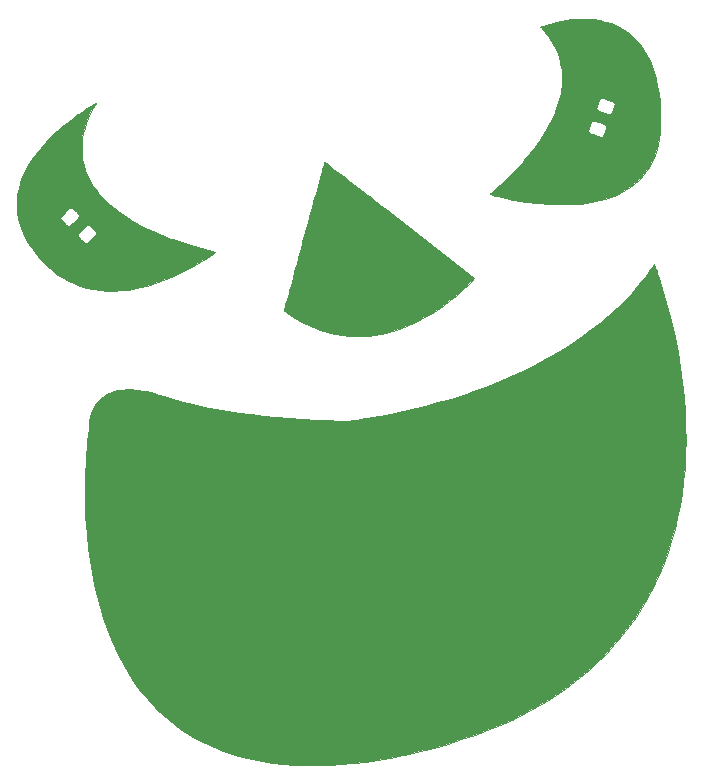
<source format=gbr>
%TF.GenerationSoftware,KiCad,Pcbnew,(5.1.7-0-10_14)*%
%TF.CreationDate,2020-10-21T09:08:44+08:00*%
%TF.ProjectId,HallowBadges,48616c6c-6f77-4426-9164-6765732e6b69,rev?*%
%TF.SameCoordinates,Original*%
%TF.FileFunction,Legend,Top*%
%TF.FilePolarity,Positive*%
%FSLAX46Y46*%
G04 Gerber Fmt 4.6, Leading zero omitted, Abs format (unit mm)*
G04 Created by KiCad (PCBNEW (5.1.7-0-10_14)) date 2020-10-21 09:08:44*
%MOMM*%
%LPD*%
G01*
G04 APERTURE LIST*
%ADD10C,0.010000*%
G04 APERTURE END LIST*
D10*
%TO.C,Ref\u002A\u002A*%
G36*
X165370542Y-99888399D02*
G01*
X165395572Y-99944470D01*
X165431261Y-100033512D01*
X165476282Y-100151920D01*
X165529309Y-100296085D01*
X165589016Y-100462400D01*
X165654078Y-100647259D01*
X165723166Y-100847054D01*
X165794957Y-101058178D01*
X165797197Y-101064824D01*
X165974840Y-101607963D01*
X166152647Y-102182624D01*
X166327573Y-102778117D01*
X166496570Y-103383753D01*
X166656595Y-103988842D01*
X166804601Y-104582694D01*
X166831477Y-104694907D01*
X167122111Y-105994627D01*
X167373073Y-107283214D01*
X167584334Y-108560343D01*
X167755865Y-109825688D01*
X167887635Y-111078926D01*
X167979616Y-112319730D01*
X168031779Y-113547775D01*
X168044093Y-114762738D01*
X168016530Y-115964292D01*
X167952214Y-117109157D01*
X167855811Y-118176101D01*
X167723033Y-119230046D01*
X167554280Y-120269161D01*
X167349952Y-121291618D01*
X167110449Y-122295587D01*
X166836172Y-123279238D01*
X166527520Y-124240741D01*
X166190685Y-125163351D01*
X165970370Y-125706807D01*
X165725462Y-126266459D01*
X165460890Y-126832340D01*
X165181585Y-127394486D01*
X164892476Y-127942930D01*
X164598492Y-128467707D01*
X164348032Y-128888407D01*
X163817094Y-129713214D01*
X163251488Y-130513814D01*
X162651446Y-131289961D01*
X162017201Y-132041408D01*
X161348985Y-132767907D01*
X160647029Y-133469213D01*
X159911568Y-134145079D01*
X159142832Y-134795257D01*
X158341054Y-135419501D01*
X157888334Y-135750081D01*
X157036178Y-136334299D01*
X156152475Y-136892900D01*
X155236972Y-137425990D01*
X154289415Y-137933672D01*
X153309551Y-138416051D01*
X152297125Y-138873230D01*
X151251886Y-139305313D01*
X150173578Y-139712404D01*
X149061949Y-140094608D01*
X147916745Y-140452029D01*
X146737714Y-140784770D01*
X145524600Y-141092936D01*
X144277151Y-141376630D01*
X144077084Y-141419183D01*
X143001299Y-141632790D01*
X141944851Y-141815741D01*
X140899165Y-141969213D01*
X139855673Y-142094383D01*
X138805801Y-142192428D01*
X138055167Y-142246009D01*
X137970596Y-142250075D01*
X137850595Y-142254094D01*
X137700460Y-142258009D01*
X137525487Y-142261763D01*
X137330970Y-142265299D01*
X137122207Y-142268559D01*
X136904491Y-142271486D01*
X136683120Y-142274024D01*
X136463387Y-142276114D01*
X136250590Y-142277700D01*
X136050023Y-142278724D01*
X135866982Y-142279130D01*
X135706762Y-142278859D01*
X135574659Y-142277856D01*
X135475970Y-142276062D01*
X135430500Y-142274354D01*
X135366166Y-142270932D01*
X135268737Y-142265758D01*
X135147392Y-142259317D01*
X135011309Y-142252098D01*
X134869667Y-142244588D01*
X134859000Y-142244022D01*
X133938397Y-142177235D01*
X133037975Y-142075660D01*
X132158322Y-141939509D01*
X131300030Y-141768990D01*
X130463687Y-141564314D01*
X129649884Y-141325689D01*
X128859210Y-141053325D01*
X128092255Y-140747432D01*
X127349608Y-140408218D01*
X126631860Y-140035895D01*
X125939601Y-139630671D01*
X125273419Y-139192756D01*
X124633905Y-138722358D01*
X124381500Y-138521741D01*
X124129506Y-138310515D01*
X123862531Y-138075030D01*
X123588405Y-137822825D01*
X123314953Y-137561436D01*
X123050006Y-137298399D01*
X122801390Y-137041251D01*
X122576934Y-136797528D01*
X122499159Y-136709490D01*
X121968531Y-136069068D01*
X121465036Y-135396395D01*
X120988795Y-134691813D01*
X120539929Y-133955666D01*
X120118558Y-133188299D01*
X119724804Y-132390053D01*
X119358786Y-131561274D01*
X119020627Y-130702304D01*
X118710446Y-129813487D01*
X118428364Y-128895167D01*
X118174503Y-127947687D01*
X117948983Y-126971390D01*
X117751924Y-125966620D01*
X117583449Y-124933721D01*
X117443676Y-123873036D01*
X117332728Y-122784908D01*
X117259237Y-121808157D01*
X117227799Y-121226701D01*
X117204514Y-120613638D01*
X117189403Y-119978882D01*
X117182484Y-119332343D01*
X117183777Y-118683933D01*
X117193302Y-118043564D01*
X117211077Y-117421148D01*
X117237122Y-116826596D01*
X117249091Y-116611740D01*
X117272593Y-116246241D01*
X117300202Y-115870887D01*
X117331148Y-115494080D01*
X117364663Y-115124222D01*
X117399976Y-114769715D01*
X117436320Y-114438962D01*
X117472925Y-114140363D01*
X117480601Y-114082324D01*
X117496399Y-113951263D01*
X117509629Y-113816222D01*
X117519082Y-113691456D01*
X117523545Y-113591221D01*
X117523736Y-113574324D01*
X117527369Y-113464432D01*
X117536602Y-113334965D01*
X117549719Y-113208045D01*
X117555513Y-113164049D01*
X117627638Y-112781827D01*
X117731335Y-112425231D01*
X117865895Y-112095232D01*
X118030609Y-111792798D01*
X118224769Y-111518900D01*
X118447664Y-111274505D01*
X118698585Y-111060585D01*
X118976824Y-110878107D01*
X119281671Y-110728042D01*
X119361133Y-110696022D01*
X119668697Y-110594519D01*
X119995674Y-110520727D01*
X120346460Y-110473924D01*
X120725449Y-110453387D01*
X120845508Y-110452240D01*
X121137788Y-110458039D01*
X121428797Y-110476050D01*
X121723324Y-110507193D01*
X122026158Y-110552390D01*
X122342087Y-110612562D01*
X122675899Y-110688629D01*
X123032384Y-110781512D01*
X123416329Y-110892132D01*
X123832524Y-111021411D01*
X123873500Y-111034563D01*
X124668195Y-111277046D01*
X125501409Y-111505617D01*
X126371605Y-111720059D01*
X127277244Y-111920154D01*
X128216790Y-112105685D01*
X129188704Y-112276435D01*
X130191449Y-112432186D01*
X131223487Y-112572721D01*
X132283280Y-112697822D01*
X133369291Y-112807273D01*
X134479981Y-112900856D01*
X135613814Y-112978353D01*
X136769251Y-113039547D01*
X137944755Y-113084221D01*
X138478500Y-113098844D01*
X138711019Y-113104394D01*
X138908126Y-113108578D01*
X139076734Y-113110990D01*
X139223753Y-113111223D01*
X139356095Y-113108871D01*
X139480672Y-113103526D01*
X139604394Y-113094782D01*
X139734173Y-113082232D01*
X139876920Y-113065470D01*
X140039547Y-113044088D01*
X140228965Y-113017680D01*
X140452085Y-112985840D01*
X140489334Y-112980506D01*
X141584423Y-112810076D01*
X142686148Y-112611826D01*
X143791019Y-112386851D01*
X144895545Y-112136244D01*
X145996238Y-111861100D01*
X147089609Y-111562512D01*
X148172167Y-111241575D01*
X149240424Y-110899382D01*
X150290890Y-110537028D01*
X151320076Y-110155607D01*
X152324493Y-109756213D01*
X153300650Y-109339939D01*
X154245059Y-108907881D01*
X155154231Y-108461131D01*
X155538834Y-108261963D01*
X156506303Y-107734786D01*
X157434639Y-107192144D01*
X158324248Y-106633697D01*
X159175535Y-106059101D01*
X159988907Y-105468015D01*
X160764770Y-104860097D01*
X161503531Y-104235004D01*
X162205596Y-103592394D01*
X162871371Y-102931926D01*
X163501263Y-102253258D01*
X164095678Y-101556046D01*
X164655021Y-100839950D01*
X165113275Y-100201555D01*
X165185438Y-100097970D01*
X165249853Y-100007544D01*
X165302573Y-99935652D01*
X165339649Y-99887671D01*
X165357134Y-99868980D01*
X165357497Y-99868907D01*
X165370542Y-99888399D01*
G37*
X165370542Y-99888399D02*
X165395572Y-99944470D01*
X165431261Y-100033512D01*
X165476282Y-100151920D01*
X165529309Y-100296085D01*
X165589016Y-100462400D01*
X165654078Y-100647259D01*
X165723166Y-100847054D01*
X165794957Y-101058178D01*
X165797197Y-101064824D01*
X165974840Y-101607963D01*
X166152647Y-102182624D01*
X166327573Y-102778117D01*
X166496570Y-103383753D01*
X166656595Y-103988842D01*
X166804601Y-104582694D01*
X166831477Y-104694907D01*
X167122111Y-105994627D01*
X167373073Y-107283214D01*
X167584334Y-108560343D01*
X167755865Y-109825688D01*
X167887635Y-111078926D01*
X167979616Y-112319730D01*
X168031779Y-113547775D01*
X168044093Y-114762738D01*
X168016530Y-115964292D01*
X167952214Y-117109157D01*
X167855811Y-118176101D01*
X167723033Y-119230046D01*
X167554280Y-120269161D01*
X167349952Y-121291618D01*
X167110449Y-122295587D01*
X166836172Y-123279238D01*
X166527520Y-124240741D01*
X166190685Y-125163351D01*
X165970370Y-125706807D01*
X165725462Y-126266459D01*
X165460890Y-126832340D01*
X165181585Y-127394486D01*
X164892476Y-127942930D01*
X164598492Y-128467707D01*
X164348032Y-128888407D01*
X163817094Y-129713214D01*
X163251488Y-130513814D01*
X162651446Y-131289961D01*
X162017201Y-132041408D01*
X161348985Y-132767907D01*
X160647029Y-133469213D01*
X159911568Y-134145079D01*
X159142832Y-134795257D01*
X158341054Y-135419501D01*
X157888334Y-135750081D01*
X157036178Y-136334299D01*
X156152475Y-136892900D01*
X155236972Y-137425990D01*
X154289415Y-137933672D01*
X153309551Y-138416051D01*
X152297125Y-138873230D01*
X151251886Y-139305313D01*
X150173578Y-139712404D01*
X149061949Y-140094608D01*
X147916745Y-140452029D01*
X146737714Y-140784770D01*
X145524600Y-141092936D01*
X144277151Y-141376630D01*
X144077084Y-141419183D01*
X143001299Y-141632790D01*
X141944851Y-141815741D01*
X140899165Y-141969213D01*
X139855673Y-142094383D01*
X138805801Y-142192428D01*
X138055167Y-142246009D01*
X137970596Y-142250075D01*
X137850595Y-142254094D01*
X137700460Y-142258009D01*
X137525487Y-142261763D01*
X137330970Y-142265299D01*
X137122207Y-142268559D01*
X136904491Y-142271486D01*
X136683120Y-142274024D01*
X136463387Y-142276114D01*
X136250590Y-142277700D01*
X136050023Y-142278724D01*
X135866982Y-142279130D01*
X135706762Y-142278859D01*
X135574659Y-142277856D01*
X135475970Y-142276062D01*
X135430500Y-142274354D01*
X135366166Y-142270932D01*
X135268737Y-142265758D01*
X135147392Y-142259317D01*
X135011309Y-142252098D01*
X134869667Y-142244588D01*
X134859000Y-142244022D01*
X133938397Y-142177235D01*
X133037975Y-142075660D01*
X132158322Y-141939509D01*
X131300030Y-141768990D01*
X130463687Y-141564314D01*
X129649884Y-141325689D01*
X128859210Y-141053325D01*
X128092255Y-140747432D01*
X127349608Y-140408218D01*
X126631860Y-140035895D01*
X125939601Y-139630671D01*
X125273419Y-139192756D01*
X124633905Y-138722358D01*
X124381500Y-138521741D01*
X124129506Y-138310515D01*
X123862531Y-138075030D01*
X123588405Y-137822825D01*
X123314953Y-137561436D01*
X123050006Y-137298399D01*
X122801390Y-137041251D01*
X122576934Y-136797528D01*
X122499159Y-136709490D01*
X121968531Y-136069068D01*
X121465036Y-135396395D01*
X120988795Y-134691813D01*
X120539929Y-133955666D01*
X120118558Y-133188299D01*
X119724804Y-132390053D01*
X119358786Y-131561274D01*
X119020627Y-130702304D01*
X118710446Y-129813487D01*
X118428364Y-128895167D01*
X118174503Y-127947687D01*
X117948983Y-126971390D01*
X117751924Y-125966620D01*
X117583449Y-124933721D01*
X117443676Y-123873036D01*
X117332728Y-122784908D01*
X117259237Y-121808157D01*
X117227799Y-121226701D01*
X117204514Y-120613638D01*
X117189403Y-119978882D01*
X117182484Y-119332343D01*
X117183777Y-118683933D01*
X117193302Y-118043564D01*
X117211077Y-117421148D01*
X117237122Y-116826596D01*
X117249091Y-116611740D01*
X117272593Y-116246241D01*
X117300202Y-115870887D01*
X117331148Y-115494080D01*
X117364663Y-115124222D01*
X117399976Y-114769715D01*
X117436320Y-114438962D01*
X117472925Y-114140363D01*
X117480601Y-114082324D01*
X117496399Y-113951263D01*
X117509629Y-113816222D01*
X117519082Y-113691456D01*
X117523545Y-113591221D01*
X117523736Y-113574324D01*
X117527369Y-113464432D01*
X117536602Y-113334965D01*
X117549719Y-113208045D01*
X117555513Y-113164049D01*
X117627638Y-112781827D01*
X117731335Y-112425231D01*
X117865895Y-112095232D01*
X118030609Y-111792798D01*
X118224769Y-111518900D01*
X118447664Y-111274505D01*
X118698585Y-111060585D01*
X118976824Y-110878107D01*
X119281671Y-110728042D01*
X119361133Y-110696022D01*
X119668697Y-110594519D01*
X119995674Y-110520727D01*
X120346460Y-110473924D01*
X120725449Y-110453387D01*
X120845508Y-110452240D01*
X121137788Y-110458039D01*
X121428797Y-110476050D01*
X121723324Y-110507193D01*
X122026158Y-110552390D01*
X122342087Y-110612562D01*
X122675899Y-110688629D01*
X123032384Y-110781512D01*
X123416329Y-110892132D01*
X123832524Y-111021411D01*
X123873500Y-111034563D01*
X124668195Y-111277046D01*
X125501409Y-111505617D01*
X126371605Y-111720059D01*
X127277244Y-111920154D01*
X128216790Y-112105685D01*
X129188704Y-112276435D01*
X130191449Y-112432186D01*
X131223487Y-112572721D01*
X132283280Y-112697822D01*
X133369291Y-112807273D01*
X134479981Y-112900856D01*
X135613814Y-112978353D01*
X136769251Y-113039547D01*
X137944755Y-113084221D01*
X138478500Y-113098844D01*
X138711019Y-113104394D01*
X138908126Y-113108578D01*
X139076734Y-113110990D01*
X139223753Y-113111223D01*
X139356095Y-113108871D01*
X139480672Y-113103526D01*
X139604394Y-113094782D01*
X139734173Y-113082232D01*
X139876920Y-113065470D01*
X140039547Y-113044088D01*
X140228965Y-113017680D01*
X140452085Y-112985840D01*
X140489334Y-112980506D01*
X141584423Y-112810076D01*
X142686148Y-112611826D01*
X143791019Y-112386851D01*
X144895545Y-112136244D01*
X145996238Y-111861100D01*
X147089609Y-111562512D01*
X148172167Y-111241575D01*
X149240424Y-110899382D01*
X150290890Y-110537028D01*
X151320076Y-110155607D01*
X152324493Y-109756213D01*
X153300650Y-109339939D01*
X154245059Y-108907881D01*
X155154231Y-108461131D01*
X155538834Y-108261963D01*
X156506303Y-107734786D01*
X157434639Y-107192144D01*
X158324248Y-106633697D01*
X159175535Y-106059101D01*
X159988907Y-105468015D01*
X160764770Y-104860097D01*
X161503531Y-104235004D01*
X162205596Y-103592394D01*
X162871371Y-102931926D01*
X163501263Y-102253258D01*
X164095678Y-101556046D01*
X164655021Y-100839950D01*
X165113275Y-100201555D01*
X165185438Y-100097970D01*
X165249853Y-100007544D01*
X165302573Y-99935652D01*
X165339649Y-99887671D01*
X165357134Y-99868980D01*
X165357497Y-99868907D01*
X165370542Y-99888399D01*
G36*
X137488209Y-91179451D02*
G01*
X137538092Y-91217408D01*
X137619058Y-91279607D01*
X137729954Y-91365156D01*
X137869630Y-91473160D01*
X138036936Y-91602723D01*
X138230720Y-91752953D01*
X138449833Y-91922953D01*
X138693123Y-92111831D01*
X138959441Y-92318691D01*
X139247634Y-92542639D01*
X139556552Y-92782780D01*
X139885045Y-93038221D01*
X140231963Y-93308066D01*
X140596153Y-93591421D01*
X140976467Y-93887392D01*
X141371752Y-94195084D01*
X141780858Y-94513603D01*
X142202635Y-94842055D01*
X142635932Y-95179544D01*
X143079598Y-95525177D01*
X143532483Y-95878059D01*
X143823446Y-96104810D01*
X150160539Y-101043657D01*
X149764645Y-101436143D01*
X149236641Y-101939936D01*
X148688174Y-102425477D01*
X148125723Y-102887532D01*
X147555769Y-103320865D01*
X146984792Y-103720243D01*
X146733500Y-103884766D01*
X146095451Y-104273402D01*
X145459224Y-104620330D01*
X144823450Y-104926053D01*
X144186761Y-105191077D01*
X143547786Y-105415905D01*
X142905157Y-105601041D01*
X142257505Y-105746991D01*
X141603461Y-105854259D01*
X141283084Y-105892552D01*
X141149436Y-105903882D01*
X140983681Y-105913639D01*
X140794516Y-105921675D01*
X140590638Y-105927842D01*
X140380745Y-105931992D01*
X140173534Y-105933978D01*
X139977703Y-105933651D01*
X139801948Y-105930863D01*
X139654967Y-105925467D01*
X139589750Y-105921350D01*
X138951072Y-105852660D01*
X138319064Y-105745756D01*
X137696634Y-105601704D01*
X137086690Y-105421570D01*
X136492137Y-105206418D01*
X135915882Y-104957314D01*
X135360834Y-104675323D01*
X134829898Y-104361509D01*
X134325981Y-104016939D01*
X134261042Y-103968768D01*
X134177275Y-103904421D01*
X134107430Y-103847694D01*
X134057789Y-103803921D01*
X134034632Y-103778440D01*
X134033713Y-103775675D01*
X134039229Y-103751904D01*
X134055362Y-103689349D01*
X134081595Y-103589910D01*
X134117410Y-103455485D01*
X134162289Y-103287974D01*
X134215715Y-103089275D01*
X134277170Y-102861287D01*
X134346137Y-102605909D01*
X134422097Y-102325040D01*
X134504535Y-102020579D01*
X134592931Y-101694425D01*
X134686768Y-101348476D01*
X134785529Y-100984633D01*
X134888695Y-100604793D01*
X134995751Y-100210856D01*
X135106177Y-99804720D01*
X135219457Y-99388284D01*
X135335072Y-98963448D01*
X135452505Y-98532111D01*
X135571239Y-98096170D01*
X135690756Y-97657526D01*
X135810538Y-97218077D01*
X135930067Y-96779721D01*
X136048827Y-96344359D01*
X136166300Y-95913889D01*
X136281967Y-95490209D01*
X136395312Y-95075219D01*
X136505817Y-94670818D01*
X136612964Y-94278904D01*
X136716235Y-93901377D01*
X136815113Y-93540135D01*
X136909081Y-93197078D01*
X136997621Y-92874104D01*
X137080215Y-92573112D01*
X137156345Y-92296001D01*
X137225495Y-92044670D01*
X137287146Y-91821019D01*
X137340781Y-91626945D01*
X137385882Y-91464348D01*
X137421932Y-91335127D01*
X137448413Y-91241181D01*
X137464808Y-91184408D01*
X137470558Y-91166633D01*
X137488209Y-91179451D01*
G37*
X137488209Y-91179451D02*
X137538092Y-91217408D01*
X137619058Y-91279607D01*
X137729954Y-91365156D01*
X137869630Y-91473160D01*
X138036936Y-91602723D01*
X138230720Y-91752953D01*
X138449833Y-91922953D01*
X138693123Y-92111831D01*
X138959441Y-92318691D01*
X139247634Y-92542639D01*
X139556552Y-92782780D01*
X139885045Y-93038221D01*
X140231963Y-93308066D01*
X140596153Y-93591421D01*
X140976467Y-93887392D01*
X141371752Y-94195084D01*
X141780858Y-94513603D01*
X142202635Y-94842055D01*
X142635932Y-95179544D01*
X143079598Y-95525177D01*
X143532483Y-95878059D01*
X143823446Y-96104810D01*
X150160539Y-101043657D01*
X149764645Y-101436143D01*
X149236641Y-101939936D01*
X148688174Y-102425477D01*
X148125723Y-102887532D01*
X147555769Y-103320865D01*
X146984792Y-103720243D01*
X146733500Y-103884766D01*
X146095451Y-104273402D01*
X145459224Y-104620330D01*
X144823450Y-104926053D01*
X144186761Y-105191077D01*
X143547786Y-105415905D01*
X142905157Y-105601041D01*
X142257505Y-105746991D01*
X141603461Y-105854259D01*
X141283084Y-105892552D01*
X141149436Y-105903882D01*
X140983681Y-105913639D01*
X140794516Y-105921675D01*
X140590638Y-105927842D01*
X140380745Y-105931992D01*
X140173534Y-105933978D01*
X139977703Y-105933651D01*
X139801948Y-105930863D01*
X139654967Y-105925467D01*
X139589750Y-105921350D01*
X138951072Y-105852660D01*
X138319064Y-105745756D01*
X137696634Y-105601704D01*
X137086690Y-105421570D01*
X136492137Y-105206418D01*
X135915882Y-104957314D01*
X135360834Y-104675323D01*
X134829898Y-104361509D01*
X134325981Y-104016939D01*
X134261042Y-103968768D01*
X134177275Y-103904421D01*
X134107430Y-103847694D01*
X134057789Y-103803921D01*
X134034632Y-103778440D01*
X134033713Y-103775675D01*
X134039229Y-103751904D01*
X134055362Y-103689349D01*
X134081595Y-103589910D01*
X134117410Y-103455485D01*
X134162289Y-103287974D01*
X134215715Y-103089275D01*
X134277170Y-102861287D01*
X134346137Y-102605909D01*
X134422097Y-102325040D01*
X134504535Y-102020579D01*
X134592931Y-101694425D01*
X134686768Y-101348476D01*
X134785529Y-100984633D01*
X134888695Y-100604793D01*
X134995751Y-100210856D01*
X135106177Y-99804720D01*
X135219457Y-99388284D01*
X135335072Y-98963448D01*
X135452505Y-98532111D01*
X135571239Y-98096170D01*
X135690756Y-97657526D01*
X135810538Y-97218077D01*
X135930067Y-96779721D01*
X136048827Y-96344359D01*
X136166300Y-95913889D01*
X136281967Y-95490209D01*
X136395312Y-95075219D01*
X136505817Y-94670818D01*
X136612964Y-94278904D01*
X136716235Y-93901377D01*
X136815113Y-93540135D01*
X136909081Y-93197078D01*
X136997621Y-92874104D01*
X137080215Y-92573112D01*
X137156345Y-92296001D01*
X137225495Y-92044670D01*
X137287146Y-91821019D01*
X137340781Y-91626945D01*
X137385882Y-91464348D01*
X137421932Y-91335127D01*
X137448413Y-91241181D01*
X137464808Y-91184408D01*
X137470558Y-91166633D01*
X137488209Y-91179451D01*
G36*
X118134054Y-86210963D02*
G01*
X118113314Y-86252648D01*
X118076128Y-86312068D01*
X118065591Y-86327532D01*
X117848221Y-86670484D01*
X117646105Y-87046514D01*
X117462132Y-87448215D01*
X117299191Y-87868177D01*
X117160170Y-88298993D01*
X117047958Y-88733255D01*
X116969334Y-89139041D01*
X116954571Y-89235089D01*
X116943090Y-89322517D01*
X116934508Y-89408712D01*
X116928440Y-89501061D01*
X116924502Y-89606953D01*
X116922311Y-89733774D01*
X116921483Y-89888912D01*
X116921585Y-90058157D01*
X116922219Y-90240431D01*
X116923543Y-90387574D01*
X116926008Y-90506787D01*
X116930064Y-90605272D01*
X116936163Y-90690231D01*
X116944757Y-90768864D01*
X116956295Y-90848374D01*
X116971229Y-90935962D01*
X116979395Y-90981121D01*
X117079685Y-91435731D01*
X117212003Y-91872958D01*
X117378128Y-92296570D01*
X117579838Y-92710335D01*
X117818912Y-93118020D01*
X118097129Y-93523393D01*
X118311170Y-93801627D01*
X118394924Y-93900632D01*
X118503998Y-94021445D01*
X118632091Y-94157729D01*
X118772898Y-94303148D01*
X118920117Y-94451368D01*
X119067443Y-94596052D01*
X119208575Y-94730865D01*
X119337207Y-94849473D01*
X119447038Y-94945538D01*
X119460250Y-94956575D01*
X119953877Y-95343807D01*
X120484761Y-95717319D01*
X121053369Y-96077364D01*
X121660170Y-96424193D01*
X122305632Y-96758058D01*
X122990222Y-97079210D01*
X123714407Y-97387901D01*
X124478656Y-97684384D01*
X124635500Y-97741927D01*
X125133146Y-97917333D01*
X125651223Y-98088999D01*
X126194177Y-98258274D01*
X126766450Y-98426505D01*
X127372487Y-98595042D01*
X127954813Y-98749228D01*
X128062475Y-98777842D01*
X128134320Y-98799212D01*
X128175779Y-98815620D01*
X128192283Y-98829349D01*
X128189261Y-98842681D01*
X128185936Y-98846376D01*
X128148287Y-98877883D01*
X128080425Y-98928481D01*
X127987804Y-98994460D01*
X127875880Y-99072111D01*
X127750106Y-99157721D01*
X127615937Y-99247581D01*
X127478828Y-99337980D01*
X127344233Y-99425209D01*
X127217606Y-99505555D01*
X127208919Y-99510990D01*
X126526015Y-99920619D01*
X125840991Y-100297579D01*
X125155998Y-100641000D01*
X124473190Y-100950009D01*
X123794721Y-101223735D01*
X123122743Y-101461307D01*
X122459410Y-101661853D01*
X121806874Y-101824501D01*
X121202310Y-101942552D01*
X120837123Y-101999402D01*
X120505461Y-102041387D01*
X120201464Y-102069173D01*
X119978834Y-102081452D01*
X119856720Y-102086146D01*
X119734497Y-102090945D01*
X119626223Y-102095291D01*
X119545957Y-102098627D01*
X119544917Y-102098671D01*
X119472925Y-102099949D01*
X119369535Y-102099369D01*
X119245633Y-102097109D01*
X119112104Y-102093347D01*
X119026334Y-102090221D01*
X118439705Y-102046654D01*
X117868255Y-101963613D01*
X117312301Y-101841264D01*
X116772162Y-101679774D01*
X116248157Y-101479309D01*
X115740604Y-101240036D01*
X115249823Y-100962119D01*
X114776131Y-100645725D01*
X114319848Y-100291022D01*
X113881293Y-99898173D01*
X113460783Y-99467347D01*
X113058637Y-98998709D01*
X113030599Y-98963761D01*
X112696759Y-98521895D01*
X112403621Y-98082385D01*
X112149876Y-97642392D01*
X112023752Y-97383132D01*
X116570509Y-97383132D01*
X116583618Y-97441979D01*
X116619139Y-97508540D01*
X116679625Y-97587546D01*
X116767629Y-97683728D01*
X116885703Y-97801818D01*
X116891507Y-97807473D01*
X116990610Y-97902852D01*
X117066276Y-97972029D01*
X117124601Y-98019131D01*
X117171681Y-98048286D01*
X117213613Y-98063621D01*
X117256491Y-98069263D01*
X117278867Y-98069740D01*
X117305775Y-98068576D01*
X117331459Y-98062809D01*
X117360078Y-98049025D01*
X117395792Y-98023811D01*
X117442761Y-97983753D01*
X117505145Y-97925438D01*
X117587103Y-97845453D01*
X117692796Y-97740385D01*
X117750407Y-97682814D01*
X117867841Y-97565227D01*
X117958728Y-97473334D01*
X118026469Y-97402909D01*
X118074466Y-97349724D01*
X118106120Y-97309555D01*
X118124833Y-97278174D01*
X118134005Y-97251356D01*
X118137040Y-97224875D01*
X118137334Y-97202079D01*
X118136472Y-97169481D01*
X118131316Y-97140698D01*
X118118009Y-97110678D01*
X118092695Y-97074368D01*
X118051517Y-97026715D01*
X117990618Y-96962666D01*
X117906143Y-96877170D01*
X117834901Y-96805839D01*
X117730103Y-96701740D01*
X117649990Y-96624307D01*
X117589872Y-96569723D01*
X117545055Y-96534175D01*
X117510851Y-96513844D01*
X117482566Y-96504917D01*
X117463093Y-96503407D01*
X117398751Y-96510654D01*
X117347484Y-96526843D01*
X117315620Y-96550490D01*
X117260073Y-96599346D01*
X117186333Y-96667942D01*
X117099892Y-96750812D01*
X117006242Y-96842490D01*
X116910874Y-96937509D01*
X116819280Y-97030402D01*
X116736950Y-97115703D01*
X116669377Y-97187945D01*
X116622052Y-97241662D01*
X116601311Y-97269647D01*
X116577257Y-97327265D01*
X116570509Y-97383132D01*
X112023752Y-97383132D01*
X111934213Y-97199076D01*
X111755320Y-96749596D01*
X111611889Y-96291112D01*
X111530987Y-95942926D01*
X115117045Y-95942926D01*
X115129701Y-95992748D01*
X115162038Y-96050133D01*
X115217031Y-96120536D01*
X115297655Y-96209414D01*
X115390193Y-96305229D01*
X115504571Y-96421448D01*
X115598302Y-96511641D01*
X115677039Y-96575434D01*
X115746438Y-96612453D01*
X115812150Y-96622324D01*
X115879829Y-96604673D01*
X115955130Y-96559125D01*
X116043705Y-96485307D01*
X116151208Y-96382844D01*
X116283294Y-96251362D01*
X116288912Y-96245749D01*
X116392141Y-96141262D01*
X116486091Y-96043538D01*
X116566261Y-95957473D01*
X116628149Y-95887960D01*
X116667255Y-95839893D01*
X116678430Y-95822220D01*
X116691586Y-95779077D01*
X116691706Y-95736492D01*
X116675752Y-95689565D01*
X116640685Y-95633395D01*
X116583468Y-95563084D01*
X116501063Y-95473730D01*
X116394984Y-95365029D01*
X116283577Y-95254237D01*
X116195412Y-95171635D01*
X116125373Y-95113977D01*
X116068344Y-95078022D01*
X116019209Y-95060526D01*
X115972853Y-95058247D01*
X115925688Y-95067510D01*
X115890400Y-95088286D01*
X115831780Y-95134892D01*
X115755194Y-95202032D01*
X115666005Y-95284412D01*
X115569577Y-95376737D01*
X115471275Y-95473712D01*
X115376462Y-95570042D01*
X115290502Y-95660434D01*
X115218760Y-95739591D01*
X115166600Y-95802219D01*
X115139386Y-95843024D01*
X115138886Y-95844141D01*
X115121099Y-95895209D01*
X115117045Y-95942926D01*
X111530987Y-95942926D01*
X111502607Y-95820786D01*
X111455798Y-95550907D01*
X111436949Y-95388678D01*
X111424186Y-95195025D01*
X111417442Y-94980410D01*
X111416650Y-94755294D01*
X111421744Y-94530137D01*
X111432657Y-94315401D01*
X111449322Y-94121545D01*
X111465710Y-93995157D01*
X111565415Y-93489885D01*
X111707228Y-92986015D01*
X111890939Y-92483823D01*
X112116339Y-91983588D01*
X112383217Y-91485589D01*
X112691362Y-90990102D01*
X113040566Y-90497406D01*
X113430618Y-90007780D01*
X113861307Y-89521501D01*
X114332424Y-89038846D01*
X114843759Y-88560095D01*
X115395101Y-88085526D01*
X115986241Y-87615415D01*
X116616968Y-87150041D01*
X116662532Y-87117696D01*
X116787960Y-87030345D01*
X116927468Y-86935725D01*
X117076662Y-86836592D01*
X117231147Y-86735699D01*
X117386530Y-86635800D01*
X117538418Y-86539651D01*
X117682415Y-86450005D01*
X117814129Y-86369616D01*
X117929165Y-86301240D01*
X118023129Y-86247630D01*
X118091628Y-86211541D01*
X118130267Y-86195728D01*
X118134088Y-86195240D01*
X118134054Y-86210963D01*
G37*
X118134054Y-86210963D02*
X118113314Y-86252648D01*
X118076128Y-86312068D01*
X118065591Y-86327532D01*
X117848221Y-86670484D01*
X117646105Y-87046514D01*
X117462132Y-87448215D01*
X117299191Y-87868177D01*
X117160170Y-88298993D01*
X117047958Y-88733255D01*
X116969334Y-89139041D01*
X116954571Y-89235089D01*
X116943090Y-89322517D01*
X116934508Y-89408712D01*
X116928440Y-89501061D01*
X116924502Y-89606953D01*
X116922311Y-89733774D01*
X116921483Y-89888912D01*
X116921585Y-90058157D01*
X116922219Y-90240431D01*
X116923543Y-90387574D01*
X116926008Y-90506787D01*
X116930064Y-90605272D01*
X116936163Y-90690231D01*
X116944757Y-90768864D01*
X116956295Y-90848374D01*
X116971229Y-90935962D01*
X116979395Y-90981121D01*
X117079685Y-91435731D01*
X117212003Y-91872958D01*
X117378128Y-92296570D01*
X117579838Y-92710335D01*
X117818912Y-93118020D01*
X118097129Y-93523393D01*
X118311170Y-93801627D01*
X118394924Y-93900632D01*
X118503998Y-94021445D01*
X118632091Y-94157729D01*
X118772898Y-94303148D01*
X118920117Y-94451368D01*
X119067443Y-94596052D01*
X119208575Y-94730865D01*
X119337207Y-94849473D01*
X119447038Y-94945538D01*
X119460250Y-94956575D01*
X119953877Y-95343807D01*
X120484761Y-95717319D01*
X121053369Y-96077364D01*
X121660170Y-96424193D01*
X122305632Y-96758058D01*
X122990222Y-97079210D01*
X123714407Y-97387901D01*
X124478656Y-97684384D01*
X124635500Y-97741927D01*
X125133146Y-97917333D01*
X125651223Y-98088999D01*
X126194177Y-98258274D01*
X126766450Y-98426505D01*
X127372487Y-98595042D01*
X127954813Y-98749228D01*
X128062475Y-98777842D01*
X128134320Y-98799212D01*
X128175779Y-98815620D01*
X128192283Y-98829349D01*
X128189261Y-98842681D01*
X128185936Y-98846376D01*
X128148287Y-98877883D01*
X128080425Y-98928481D01*
X127987804Y-98994460D01*
X127875880Y-99072111D01*
X127750106Y-99157721D01*
X127615937Y-99247581D01*
X127478828Y-99337980D01*
X127344233Y-99425209D01*
X127217606Y-99505555D01*
X127208919Y-99510990D01*
X126526015Y-99920619D01*
X125840991Y-100297579D01*
X125155998Y-100641000D01*
X124473190Y-100950009D01*
X123794721Y-101223735D01*
X123122743Y-101461307D01*
X122459410Y-101661853D01*
X121806874Y-101824501D01*
X121202310Y-101942552D01*
X120837123Y-101999402D01*
X120505461Y-102041387D01*
X120201464Y-102069173D01*
X119978834Y-102081452D01*
X119856720Y-102086146D01*
X119734497Y-102090945D01*
X119626223Y-102095291D01*
X119545957Y-102098627D01*
X119544917Y-102098671D01*
X119472925Y-102099949D01*
X119369535Y-102099369D01*
X119245633Y-102097109D01*
X119112104Y-102093347D01*
X119026334Y-102090221D01*
X118439705Y-102046654D01*
X117868255Y-101963613D01*
X117312301Y-101841264D01*
X116772162Y-101679774D01*
X116248157Y-101479309D01*
X115740604Y-101240036D01*
X115249823Y-100962119D01*
X114776131Y-100645725D01*
X114319848Y-100291022D01*
X113881293Y-99898173D01*
X113460783Y-99467347D01*
X113058637Y-98998709D01*
X113030599Y-98963761D01*
X112696759Y-98521895D01*
X112403621Y-98082385D01*
X112149876Y-97642392D01*
X112023752Y-97383132D01*
X116570509Y-97383132D01*
X116583618Y-97441979D01*
X116619139Y-97508540D01*
X116679625Y-97587546D01*
X116767629Y-97683728D01*
X116885703Y-97801818D01*
X116891507Y-97807473D01*
X116990610Y-97902852D01*
X117066276Y-97972029D01*
X117124601Y-98019131D01*
X117171681Y-98048286D01*
X117213613Y-98063621D01*
X117256491Y-98069263D01*
X117278867Y-98069740D01*
X117305775Y-98068576D01*
X117331459Y-98062809D01*
X117360078Y-98049025D01*
X117395792Y-98023811D01*
X117442761Y-97983753D01*
X117505145Y-97925438D01*
X117587103Y-97845453D01*
X117692796Y-97740385D01*
X117750407Y-97682814D01*
X117867841Y-97565227D01*
X117958728Y-97473334D01*
X118026469Y-97402909D01*
X118074466Y-97349724D01*
X118106120Y-97309555D01*
X118124833Y-97278174D01*
X118134005Y-97251356D01*
X118137040Y-97224875D01*
X118137334Y-97202079D01*
X118136472Y-97169481D01*
X118131316Y-97140698D01*
X118118009Y-97110678D01*
X118092695Y-97074368D01*
X118051517Y-97026715D01*
X117990618Y-96962666D01*
X117906143Y-96877170D01*
X117834901Y-96805839D01*
X117730103Y-96701740D01*
X117649990Y-96624307D01*
X117589872Y-96569723D01*
X117545055Y-96534175D01*
X117510851Y-96513844D01*
X117482566Y-96504917D01*
X117463093Y-96503407D01*
X117398751Y-96510654D01*
X117347484Y-96526843D01*
X117315620Y-96550490D01*
X117260073Y-96599346D01*
X117186333Y-96667942D01*
X117099892Y-96750812D01*
X117006242Y-96842490D01*
X116910874Y-96937509D01*
X116819280Y-97030402D01*
X116736950Y-97115703D01*
X116669377Y-97187945D01*
X116622052Y-97241662D01*
X116601311Y-97269647D01*
X116577257Y-97327265D01*
X116570509Y-97383132D01*
X112023752Y-97383132D01*
X111934213Y-97199076D01*
X111755320Y-96749596D01*
X111611889Y-96291112D01*
X111530987Y-95942926D01*
X115117045Y-95942926D01*
X115129701Y-95992748D01*
X115162038Y-96050133D01*
X115217031Y-96120536D01*
X115297655Y-96209414D01*
X115390193Y-96305229D01*
X115504571Y-96421448D01*
X115598302Y-96511641D01*
X115677039Y-96575434D01*
X115746438Y-96612453D01*
X115812150Y-96622324D01*
X115879829Y-96604673D01*
X115955130Y-96559125D01*
X116043705Y-96485307D01*
X116151208Y-96382844D01*
X116283294Y-96251362D01*
X116288912Y-96245749D01*
X116392141Y-96141262D01*
X116486091Y-96043538D01*
X116566261Y-95957473D01*
X116628149Y-95887960D01*
X116667255Y-95839893D01*
X116678430Y-95822220D01*
X116691586Y-95779077D01*
X116691706Y-95736492D01*
X116675752Y-95689565D01*
X116640685Y-95633395D01*
X116583468Y-95563084D01*
X116501063Y-95473730D01*
X116394984Y-95365029D01*
X116283577Y-95254237D01*
X116195412Y-95171635D01*
X116125373Y-95113977D01*
X116068344Y-95078022D01*
X116019209Y-95060526D01*
X115972853Y-95058247D01*
X115925688Y-95067510D01*
X115890400Y-95088286D01*
X115831780Y-95134892D01*
X115755194Y-95202032D01*
X115666005Y-95284412D01*
X115569577Y-95376737D01*
X115471275Y-95473712D01*
X115376462Y-95570042D01*
X115290502Y-95660434D01*
X115218760Y-95739591D01*
X115166600Y-95802219D01*
X115139386Y-95843024D01*
X115138886Y-95844141D01*
X115121099Y-95895209D01*
X115117045Y-95942926D01*
X111530987Y-95942926D01*
X111502607Y-95820786D01*
X111455798Y-95550907D01*
X111436949Y-95388678D01*
X111424186Y-95195025D01*
X111417442Y-94980410D01*
X111416650Y-94755294D01*
X111421744Y-94530137D01*
X111432657Y-94315401D01*
X111449322Y-94121545D01*
X111465710Y-93995157D01*
X111565415Y-93489885D01*
X111707228Y-92986015D01*
X111890939Y-92483823D01*
X112116339Y-91983588D01*
X112383217Y-91485589D01*
X112691362Y-90990102D01*
X113040566Y-90497406D01*
X113430618Y-90007780D01*
X113861307Y-89521501D01*
X114332424Y-89038846D01*
X114843759Y-88560095D01*
X115395101Y-88085526D01*
X115986241Y-87615415D01*
X116616968Y-87150041D01*
X116662532Y-87117696D01*
X116787960Y-87030345D01*
X116927468Y-86935725D01*
X117076662Y-86836592D01*
X117231147Y-86735699D01*
X117386530Y-86635800D01*
X117538418Y-86539651D01*
X117682415Y-86450005D01*
X117814129Y-86369616D01*
X117929165Y-86301240D01*
X118023129Y-86247630D01*
X118091628Y-86211541D01*
X118130267Y-86195728D01*
X118134088Y-86195240D01*
X118134054Y-86210963D01*
G36*
X159699118Y-79093114D02*
G01*
X160238207Y-79131845D01*
X160754232Y-79206013D01*
X161246995Y-79315459D01*
X161716295Y-79460023D01*
X162161933Y-79639546D01*
X162583708Y-79853870D01*
X162981421Y-80102833D01*
X163354872Y-80386278D01*
X163703861Y-80704044D01*
X164028188Y-81055973D01*
X164327653Y-81441905D01*
X164602056Y-81861680D01*
X164851198Y-82315139D01*
X165074879Y-82802123D01*
X165272899Y-83322472D01*
X165445057Y-83876027D01*
X165526139Y-84184407D01*
X165654687Y-84769606D01*
X165758572Y-85382664D01*
X165836974Y-86016458D01*
X165889072Y-86663866D01*
X165914046Y-87317766D01*
X165916256Y-87571074D01*
X165911062Y-87979515D01*
X165894576Y-88355741D01*
X165865952Y-88708558D01*
X165824342Y-89046776D01*
X165768902Y-89379202D01*
X165719000Y-89624240D01*
X165586510Y-90142371D01*
X165421302Y-90633659D01*
X165223463Y-91098020D01*
X164993079Y-91535369D01*
X164730237Y-91945623D01*
X164435023Y-92328697D01*
X164107523Y-92684506D01*
X163747824Y-93012968D01*
X163356012Y-93313997D01*
X162932173Y-93587509D01*
X162476393Y-93833420D01*
X161988759Y-94051645D01*
X161469357Y-94242102D01*
X160918274Y-94404705D01*
X160784694Y-94438739D01*
X160401110Y-94526188D01*
X160006169Y-94601018D01*
X159591033Y-94664673D01*
X159146866Y-94718597D01*
X158946667Y-94738966D01*
X158835733Y-94747360D01*
X158688879Y-94754975D01*
X158512510Y-94761737D01*
X158313034Y-94767573D01*
X158096856Y-94772408D01*
X157870384Y-94776169D01*
X157640024Y-94778780D01*
X157412184Y-94780168D01*
X157193268Y-94780259D01*
X156989685Y-94778978D01*
X156807840Y-94776252D01*
X156654140Y-94772006D01*
X156544250Y-94766767D01*
X155531811Y-94682648D01*
X154523997Y-94557821D01*
X153516847Y-94391756D01*
X153041167Y-94299020D01*
X152903663Y-94270138D01*
X152749461Y-94236455D01*
X152583962Y-94199271D01*
X152412566Y-94159886D01*
X152240672Y-94119598D01*
X152073682Y-94079708D01*
X151916995Y-94041514D01*
X151776011Y-94006316D01*
X151656131Y-93975413D01*
X151562754Y-93950105D01*
X151501281Y-93931691D01*
X151479426Y-93923223D01*
X151482498Y-93903805D01*
X151519612Y-93860913D01*
X151591005Y-93794307D01*
X151691048Y-93708634D01*
X152001713Y-93442181D01*
X152329589Y-93147671D01*
X152667824Y-92831878D01*
X153009564Y-92501572D01*
X153347957Y-92163528D01*
X153676151Y-91824517D01*
X153987292Y-91491312D01*
X154274529Y-91170686D01*
X154367390Y-91063574D01*
X154853666Y-90476369D01*
X155301437Y-89892121D01*
X155710368Y-89311441D01*
X156080127Y-88734936D01*
X156197397Y-88531923D01*
X159793334Y-88531923D01*
X159809339Y-88613699D01*
X159851002Y-88686800D01*
X159902653Y-88730886D01*
X159956879Y-88755719D01*
X160040038Y-88789407D01*
X160144808Y-88829391D01*
X160263865Y-88873112D01*
X160389889Y-88918010D01*
X160515557Y-88961526D01*
X160633546Y-89001101D01*
X160736535Y-89034175D01*
X160817201Y-89058190D01*
X160868222Y-89070587D01*
X160877791Y-89071709D01*
X160950932Y-89061462D01*
X161015448Y-89020437D01*
X161020740Y-89015699D01*
X161051776Y-88979621D01*
X161084619Y-88924099D01*
X161122053Y-88843331D01*
X161166865Y-88731510D01*
X161201062Y-88639990D01*
X161253337Y-88495718D01*
X161291321Y-88384811D01*
X161316041Y-88301169D01*
X161328522Y-88238691D01*
X161329787Y-88191276D01*
X161320864Y-88152825D01*
X161302777Y-88117237D01*
X161291757Y-88100289D01*
X161273159Y-88075817D01*
X161249757Y-88053740D01*
X161216328Y-88031587D01*
X161167647Y-88006886D01*
X161098490Y-87977164D01*
X161003633Y-87939949D01*
X160877851Y-87892770D01*
X160766190Y-87851604D01*
X160587217Y-87785948D01*
X160443107Y-87735862D01*
X160328632Y-87703310D01*
X160238569Y-87690254D01*
X160167692Y-87698658D01*
X160110775Y-87730484D01*
X160062594Y-87787696D01*
X160017923Y-87872258D01*
X159971537Y-87986131D01*
X159918210Y-88131279D01*
X159901856Y-88176330D01*
X159863405Y-88285768D01*
X159830945Y-88385273D01*
X159807125Y-88466163D01*
X159794593Y-88519759D01*
X159793334Y-88531923D01*
X156197397Y-88531923D01*
X156410381Y-88163215D01*
X156700798Y-87596887D01*
X156951043Y-87036562D01*
X157110775Y-86614872D01*
X160491834Y-86614872D01*
X160508612Y-86686411D01*
X160551013Y-86756643D01*
X160596389Y-86798490D01*
X160637254Y-86818833D01*
X160709804Y-86849188D01*
X160806716Y-86886961D01*
X160920667Y-86929561D01*
X161044333Y-86974393D01*
X161170391Y-87018865D01*
X161291520Y-87060382D01*
X161400394Y-87096353D01*
X161489692Y-87124183D01*
X161552090Y-87141280D01*
X161576291Y-87145489D01*
X161649732Y-87135194D01*
X161714998Y-87093997D01*
X161720043Y-87089532D01*
X161749031Y-87056927D01*
X161779135Y-87008020D01*
X161813117Y-86936959D01*
X161853742Y-86837894D01*
X161903773Y-86704976D01*
X161910876Y-86685549D01*
X161952362Y-86569131D01*
X161988108Y-86463703D01*
X162015686Y-86376842D01*
X162032669Y-86316123D01*
X162037000Y-86291804D01*
X162025435Y-86243454D01*
X161996827Y-86184546D01*
X161988809Y-86171912D01*
X161970552Y-86147986D01*
X161946850Y-86126116D01*
X161912510Y-86103854D01*
X161862338Y-86078755D01*
X161791141Y-86048369D01*
X161693723Y-86010250D01*
X161564892Y-85961951D01*
X161464934Y-85925074D01*
X161297404Y-85864183D01*
X161164207Y-85818108D01*
X161060292Y-85786143D01*
X160980610Y-85767581D01*
X160920108Y-85761716D01*
X160873735Y-85767840D01*
X160836442Y-85785248D01*
X160803176Y-85813233D01*
X160787129Y-85830245D01*
X160761511Y-85870980D01*
X160726489Y-85943445D01*
X160685325Y-86038979D01*
X160641279Y-86148918D01*
X160597610Y-86264598D01*
X160557580Y-86377356D01*
X160524449Y-86478529D01*
X160501477Y-86559454D01*
X160491925Y-86611466D01*
X160491834Y-86614872D01*
X157110775Y-86614872D01*
X157160786Y-86482847D01*
X157329692Y-85936353D01*
X157453168Y-85418812D01*
X157492400Y-85217420D01*
X157522866Y-85038758D01*
X157545574Y-84872172D01*
X157561533Y-84707007D01*
X157571752Y-84532607D01*
X157577238Y-84338320D01*
X157579000Y-84113489D01*
X157579010Y-84089157D01*
X157578438Y-83905413D01*
X157576453Y-83755514D01*
X157572588Y-83630981D01*
X157566372Y-83523337D01*
X157557337Y-83424103D01*
X157545013Y-83324800D01*
X157531751Y-83234964D01*
X157436268Y-82748857D01*
X157302815Y-82277319D01*
X157130795Y-81819133D01*
X156919608Y-81373081D01*
X156668655Y-80937945D01*
X156377337Y-80512508D01*
X156045056Y-80095551D01*
X155913975Y-79945818D01*
X155849388Y-79872519D01*
X155797607Y-79811322D01*
X155763869Y-79768593D01*
X155753410Y-79750698D01*
X155753434Y-79750673D01*
X155780088Y-79737677D01*
X155840535Y-79714948D01*
X155927949Y-79684681D01*
X156035506Y-79649075D01*
X156156381Y-79610328D01*
X156283748Y-79570637D01*
X156410784Y-79532199D01*
X156530664Y-79497213D01*
X156606322Y-79476047D01*
X157071168Y-79357201D01*
X157512523Y-79262114D01*
X157940800Y-79189195D01*
X158366415Y-79136856D01*
X158799782Y-79103509D01*
X159137167Y-79089980D01*
X159699118Y-79093114D01*
G37*
X159699118Y-79093114D02*
X160238207Y-79131845D01*
X160754232Y-79206013D01*
X161246995Y-79315459D01*
X161716295Y-79460023D01*
X162161933Y-79639546D01*
X162583708Y-79853870D01*
X162981421Y-80102833D01*
X163354872Y-80386278D01*
X163703861Y-80704044D01*
X164028188Y-81055973D01*
X164327653Y-81441905D01*
X164602056Y-81861680D01*
X164851198Y-82315139D01*
X165074879Y-82802123D01*
X165272899Y-83322472D01*
X165445057Y-83876027D01*
X165526139Y-84184407D01*
X165654687Y-84769606D01*
X165758572Y-85382664D01*
X165836974Y-86016458D01*
X165889072Y-86663866D01*
X165914046Y-87317766D01*
X165916256Y-87571074D01*
X165911062Y-87979515D01*
X165894576Y-88355741D01*
X165865952Y-88708558D01*
X165824342Y-89046776D01*
X165768902Y-89379202D01*
X165719000Y-89624240D01*
X165586510Y-90142371D01*
X165421302Y-90633659D01*
X165223463Y-91098020D01*
X164993079Y-91535369D01*
X164730237Y-91945623D01*
X164435023Y-92328697D01*
X164107523Y-92684506D01*
X163747824Y-93012968D01*
X163356012Y-93313997D01*
X162932173Y-93587509D01*
X162476393Y-93833420D01*
X161988759Y-94051645D01*
X161469357Y-94242102D01*
X160918274Y-94404705D01*
X160784694Y-94438739D01*
X160401110Y-94526188D01*
X160006169Y-94601018D01*
X159591033Y-94664673D01*
X159146866Y-94718597D01*
X158946667Y-94738966D01*
X158835733Y-94747360D01*
X158688879Y-94754975D01*
X158512510Y-94761737D01*
X158313034Y-94767573D01*
X158096856Y-94772408D01*
X157870384Y-94776169D01*
X157640024Y-94778780D01*
X157412184Y-94780168D01*
X157193268Y-94780259D01*
X156989685Y-94778978D01*
X156807840Y-94776252D01*
X156654140Y-94772006D01*
X156544250Y-94766767D01*
X155531811Y-94682648D01*
X154523997Y-94557821D01*
X153516847Y-94391756D01*
X153041167Y-94299020D01*
X152903663Y-94270138D01*
X152749461Y-94236455D01*
X152583962Y-94199271D01*
X152412566Y-94159886D01*
X152240672Y-94119598D01*
X152073682Y-94079708D01*
X151916995Y-94041514D01*
X151776011Y-94006316D01*
X151656131Y-93975413D01*
X151562754Y-93950105D01*
X151501281Y-93931691D01*
X151479426Y-93923223D01*
X151482498Y-93903805D01*
X151519612Y-93860913D01*
X151591005Y-93794307D01*
X151691048Y-93708634D01*
X152001713Y-93442181D01*
X152329589Y-93147671D01*
X152667824Y-92831878D01*
X153009564Y-92501572D01*
X153347957Y-92163528D01*
X153676151Y-91824517D01*
X153987292Y-91491312D01*
X154274529Y-91170686D01*
X154367390Y-91063574D01*
X154853666Y-90476369D01*
X155301437Y-89892121D01*
X155710368Y-89311441D01*
X156080127Y-88734936D01*
X156197397Y-88531923D01*
X159793334Y-88531923D01*
X159809339Y-88613699D01*
X159851002Y-88686800D01*
X159902653Y-88730886D01*
X159956879Y-88755719D01*
X160040038Y-88789407D01*
X160144808Y-88829391D01*
X160263865Y-88873112D01*
X160389889Y-88918010D01*
X160515557Y-88961526D01*
X160633546Y-89001101D01*
X160736535Y-89034175D01*
X160817201Y-89058190D01*
X160868222Y-89070587D01*
X160877791Y-89071709D01*
X160950932Y-89061462D01*
X161015448Y-89020437D01*
X161020740Y-89015699D01*
X161051776Y-88979621D01*
X161084619Y-88924099D01*
X161122053Y-88843331D01*
X161166865Y-88731510D01*
X161201062Y-88639990D01*
X161253337Y-88495718D01*
X161291321Y-88384811D01*
X161316041Y-88301169D01*
X161328522Y-88238691D01*
X161329787Y-88191276D01*
X161320864Y-88152825D01*
X161302777Y-88117237D01*
X161291757Y-88100289D01*
X161273159Y-88075817D01*
X161249757Y-88053740D01*
X161216328Y-88031587D01*
X161167647Y-88006886D01*
X161098490Y-87977164D01*
X161003633Y-87939949D01*
X160877851Y-87892770D01*
X160766190Y-87851604D01*
X160587217Y-87785948D01*
X160443107Y-87735862D01*
X160328632Y-87703310D01*
X160238569Y-87690254D01*
X160167692Y-87698658D01*
X160110775Y-87730484D01*
X160062594Y-87787696D01*
X160017923Y-87872258D01*
X159971537Y-87986131D01*
X159918210Y-88131279D01*
X159901856Y-88176330D01*
X159863405Y-88285768D01*
X159830945Y-88385273D01*
X159807125Y-88466163D01*
X159794593Y-88519759D01*
X159793334Y-88531923D01*
X156197397Y-88531923D01*
X156410381Y-88163215D01*
X156700798Y-87596887D01*
X156951043Y-87036562D01*
X157110775Y-86614872D01*
X160491834Y-86614872D01*
X160508612Y-86686411D01*
X160551013Y-86756643D01*
X160596389Y-86798490D01*
X160637254Y-86818833D01*
X160709804Y-86849188D01*
X160806716Y-86886961D01*
X160920667Y-86929561D01*
X161044333Y-86974393D01*
X161170391Y-87018865D01*
X161291520Y-87060382D01*
X161400394Y-87096353D01*
X161489692Y-87124183D01*
X161552090Y-87141280D01*
X161576291Y-87145489D01*
X161649732Y-87135194D01*
X161714998Y-87093997D01*
X161720043Y-87089532D01*
X161749031Y-87056927D01*
X161779135Y-87008020D01*
X161813117Y-86936959D01*
X161853742Y-86837894D01*
X161903773Y-86704976D01*
X161910876Y-86685549D01*
X161952362Y-86569131D01*
X161988108Y-86463703D01*
X162015686Y-86376842D01*
X162032669Y-86316123D01*
X162037000Y-86291804D01*
X162025435Y-86243454D01*
X161996827Y-86184546D01*
X161988809Y-86171912D01*
X161970552Y-86147986D01*
X161946850Y-86126116D01*
X161912510Y-86103854D01*
X161862338Y-86078755D01*
X161791141Y-86048369D01*
X161693723Y-86010250D01*
X161564892Y-85961951D01*
X161464934Y-85925074D01*
X161297404Y-85864183D01*
X161164207Y-85818108D01*
X161060292Y-85786143D01*
X160980610Y-85767581D01*
X160920108Y-85761716D01*
X160873735Y-85767840D01*
X160836442Y-85785248D01*
X160803176Y-85813233D01*
X160787129Y-85830245D01*
X160761511Y-85870980D01*
X160726489Y-85943445D01*
X160685325Y-86038979D01*
X160641279Y-86148918D01*
X160597610Y-86264598D01*
X160557580Y-86377356D01*
X160524449Y-86478529D01*
X160501477Y-86559454D01*
X160491925Y-86611466D01*
X160491834Y-86614872D01*
X157110775Y-86614872D01*
X157160786Y-86482847D01*
X157329692Y-85936353D01*
X157453168Y-85418812D01*
X157492400Y-85217420D01*
X157522866Y-85038758D01*
X157545574Y-84872172D01*
X157561533Y-84707007D01*
X157571752Y-84532607D01*
X157577238Y-84338320D01*
X157579000Y-84113489D01*
X157579010Y-84089157D01*
X157578438Y-83905413D01*
X157576453Y-83755514D01*
X157572588Y-83630981D01*
X157566372Y-83523337D01*
X157557337Y-83424103D01*
X157545013Y-83324800D01*
X157531751Y-83234964D01*
X157436268Y-82748857D01*
X157302815Y-82277319D01*
X157130795Y-81819133D01*
X156919608Y-81373081D01*
X156668655Y-80937945D01*
X156377337Y-80512508D01*
X156045056Y-80095551D01*
X155913975Y-79945818D01*
X155849388Y-79872519D01*
X155797607Y-79811322D01*
X155763869Y-79768593D01*
X155753410Y-79750698D01*
X155753434Y-79750673D01*
X155780088Y-79737677D01*
X155840535Y-79714948D01*
X155927949Y-79684681D01*
X156035506Y-79649075D01*
X156156381Y-79610328D01*
X156283748Y-79570637D01*
X156410784Y-79532199D01*
X156530664Y-79497213D01*
X156606322Y-79476047D01*
X157071168Y-79357201D01*
X157512523Y-79262114D01*
X157940800Y-79189195D01*
X158366415Y-79136856D01*
X158799782Y-79103509D01*
X159137167Y-79089980D01*
X159699118Y-79093114D01*
%TD*%
M02*

</source>
